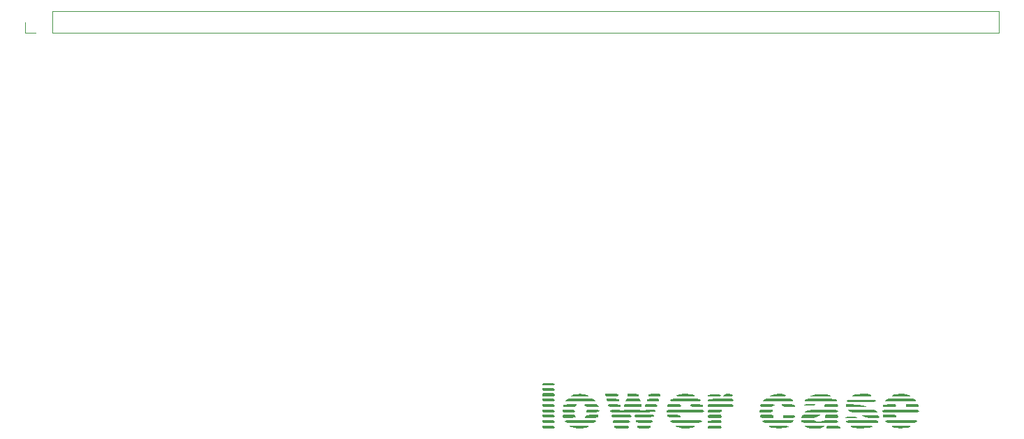
<source format=gto>
G04 #@! TF.GenerationSoftware,KiCad,Pcbnew,(6.0.6)*
G04 #@! TF.CreationDate,2022-08-19T10:49:20-05:00*
G04 #@! TF.ProjectId,gndplate,676e6470-6c61-4746-952e-6b696361645f,rev?*
G04 #@! TF.SameCoordinates,Original*
G04 #@! TF.FileFunction,Legend,Top*
G04 #@! TF.FilePolarity,Positive*
%FSLAX46Y46*%
G04 Gerber Fmt 4.6, Leading zero omitted, Abs format (unit mm)*
G04 Created by KiCad (PCBNEW (6.0.6)) date 2022-08-19 10:49:20*
%MOMM*%
%LPD*%
G01*
G04 APERTURE LIST*
%ADD10C,0.120000*%
%ADD11C,3.200000*%
%ADD12R,2.100000X2.100000*%
%ADD13O,2.100000X2.100000*%
G04 APERTURE END LIST*
G36*
X128985940Y-85518256D02*
G01*
X129257163Y-85538655D01*
X129417238Y-85568310D01*
X129444666Y-85588408D01*
X129472594Y-85730298D01*
X129496058Y-85800075D01*
X129500191Y-85862659D01*
X129435886Y-85902345D01*
X129275221Y-85924098D01*
X128990274Y-85932885D01*
X128743116Y-85934000D01*
X128354255Y-85928973D01*
X128103691Y-85910678D01*
X127960597Y-85874290D01*
X127894147Y-85814983D01*
X127887391Y-85800075D01*
X127850650Y-85669888D01*
X127877745Y-85585767D01*
X127994459Y-85537801D01*
X128226579Y-85516078D01*
X128599888Y-85510689D01*
X128640333Y-85510667D01*
X128985940Y-85518256D01*
G37*
G36*
X122751226Y-85512160D02*
G01*
X122984940Y-85522257D01*
X123112955Y-85549383D01*
X123167089Y-85601964D01*
X123179158Y-85688424D01*
X123179333Y-85722333D01*
X123173776Y-85820261D01*
X123135994Y-85882080D01*
X123034321Y-85916096D01*
X122837090Y-85930615D01*
X122512636Y-85933942D01*
X122372342Y-85934000D01*
X121974515Y-85928045D01*
X121717846Y-85907507D01*
X121574491Y-85868379D01*
X121518173Y-85811054D01*
X121495944Y-85680590D01*
X121561927Y-85592810D01*
X121737503Y-85540263D01*
X122044053Y-85515496D01*
X122379996Y-85510667D01*
X122751226Y-85512160D01*
G37*
G36*
X102544034Y-84243496D02*
G01*
X102768997Y-84256759D01*
X102889116Y-84287618D01*
X102936620Y-84343234D01*
X102944000Y-84410000D01*
X102931267Y-84490452D01*
X102871584Y-84540444D01*
X102732720Y-84567137D01*
X102482447Y-84577693D01*
X102182000Y-84579333D01*
X101819965Y-84576504D01*
X101595002Y-84563241D01*
X101474883Y-84532382D01*
X101427379Y-84476766D01*
X101420000Y-84410000D01*
X101432732Y-84329548D01*
X101492415Y-84279556D01*
X101631279Y-84252863D01*
X101881552Y-84242306D01*
X102182000Y-84240667D01*
X102544034Y-84243496D01*
G37*
G36*
X128991752Y-84920723D02*
G01*
X129238925Y-84932356D01*
X129374648Y-84958096D01*
X129427842Y-85003141D01*
X129428740Y-85066167D01*
X129391542Y-85138463D01*
X129291906Y-85185820D01*
X129097797Y-85215194D01*
X128777177Y-85233540D01*
X128635261Y-85238451D01*
X128290262Y-85242951D01*
X128011778Y-85234668D01*
X127841440Y-85215382D01*
X127810729Y-85203173D01*
X127754685Y-85071543D01*
X127751333Y-85030889D01*
X127792122Y-84976951D01*
X127930300Y-84942250D01*
X128189584Y-84923647D01*
X128593691Y-84918002D01*
X128604208Y-84918000D01*
X128991752Y-84920723D01*
G37*
G36*
X135752333Y-86866449D02*
G01*
X135498333Y-87034667D01*
X135336608Y-87119903D01*
X135137816Y-87170975D01*
X134856995Y-87195201D01*
X134482333Y-87200052D01*
X133968367Y-87179227D01*
X133616466Y-87120910D01*
X133487500Y-87070906D01*
X133325515Y-86971798D01*
X133254782Y-86906279D01*
X133254666Y-86904962D01*
X133334412Y-86891098D01*
X133553972Y-86879427D01*
X133883835Y-86870872D01*
X134294487Y-86866357D01*
X134503500Y-86865891D01*
X135752333Y-86866449D01*
G37*
G36*
X134125478Y-85513314D02*
G01*
X135244333Y-85515962D01*
X134821000Y-85724207D01*
X134563917Y-85834323D01*
X134308189Y-85898376D01*
X133992377Y-85927532D01*
X133670944Y-85933226D01*
X133335689Y-85927731D01*
X133068586Y-85912408D01*
X132912203Y-85890130D01*
X132890756Y-85880534D01*
X132882284Y-85772952D01*
X132921957Y-85668868D01*
X132971668Y-85604164D01*
X133058382Y-85559966D01*
X133210803Y-85532565D01*
X133457632Y-85518249D01*
X133827574Y-85513309D01*
X134125478Y-85513314D01*
G37*
G36*
X124405861Y-83035056D02*
G01*
X124454899Y-83058312D01*
X124600889Y-83164813D01*
X124583368Y-83241290D01*
X124401261Y-83288284D01*
X124053493Y-83306337D01*
X123962500Y-83306516D01*
X123306333Y-83303700D01*
X123506213Y-83137183D01*
X123770585Y-83009763D01*
X124098332Y-82973405D01*
X124405861Y-83035056D01*
G37*
G36*
X136886952Y-85512136D02*
G01*
X137121956Y-85522111D01*
X137251063Y-85548936D01*
X137305993Y-85600960D01*
X137318463Y-85686530D01*
X137318666Y-85722333D01*
X137313081Y-85820391D01*
X137275178Y-85882234D01*
X137173241Y-85916210D01*
X136975549Y-85930665D01*
X136650386Y-85933946D01*
X136514333Y-85934000D01*
X136141714Y-85932530D01*
X135906710Y-85922556D01*
X135777603Y-85895730D01*
X135722673Y-85843706D01*
X135710203Y-85758137D01*
X135710000Y-85722333D01*
X135715585Y-85624276D01*
X135753487Y-85562432D01*
X135855425Y-85528457D01*
X136053116Y-85514002D01*
X136378279Y-85510720D01*
X136514333Y-85510667D01*
X136886952Y-85512136D01*
G37*
G36*
X131139956Y-84254624D02*
G01*
X131282533Y-84258735D01*
X131669481Y-84274008D01*
X131918040Y-84296619D01*
X132059152Y-84332802D01*
X132123758Y-84388796D01*
X132138060Y-84431167D01*
X132134692Y-84502289D01*
X132071017Y-84546341D01*
X131916488Y-84569614D01*
X131640556Y-84578398D01*
X131418574Y-84579333D01*
X131052478Y-84575035D01*
X130817973Y-84557084D01*
X130677424Y-84517896D01*
X130593197Y-84449884D01*
X130563047Y-84406902D01*
X130520389Y-84328182D01*
X130529668Y-84279172D01*
X130617967Y-84254294D01*
X130812369Y-84247970D01*
X131139956Y-84254624D01*
G37*
G36*
X114251978Y-86189329D02*
G01*
X114545329Y-86196282D01*
X114722231Y-86213310D01*
X114809128Y-86244863D01*
X114832459Y-86295391D01*
X114821865Y-86357333D01*
X114790345Y-86430913D01*
X114721497Y-86479478D01*
X114585010Y-86508166D01*
X114350575Y-86522115D01*
X113987880Y-86526462D01*
X113822850Y-86526667D01*
X113396238Y-86522934D01*
X113110241Y-86509196D01*
X112936253Y-86481647D01*
X112845671Y-86436479D01*
X112816725Y-86392742D01*
X112771896Y-86257774D01*
X112765333Y-86223408D01*
X112844634Y-86209948D01*
X113061083Y-86198840D01*
X113382500Y-86191171D01*
X113776705Y-86188024D01*
X113815740Y-86188000D01*
X114251978Y-86189329D01*
G37*
G36*
X115020256Y-84243818D02*
G01*
X115233997Y-84258465D01*
X115344665Y-84292399D01*
X115385372Y-84353411D01*
X115390000Y-84410000D01*
X115377398Y-84490067D01*
X115318229Y-84539992D01*
X115180442Y-84566812D01*
X114931989Y-84577566D01*
X114618941Y-84579333D01*
X114253764Y-84575816D01*
X114029484Y-84561746D01*
X113917747Y-84531846D01*
X113890198Y-84480841D01*
X113899274Y-84445408D01*
X113944103Y-84310441D01*
X113950666Y-84276075D01*
X114028848Y-84260073D01*
X114237478Y-84247835D01*
X114537678Y-84241274D01*
X114670333Y-84240667D01*
X115020256Y-84243818D01*
G37*
G36*
X119355534Y-83026852D02*
G01*
X119693352Y-83085175D01*
X119922359Y-83178037D01*
X119932671Y-83185505D01*
X119974698Y-83231233D01*
X119946935Y-83263759D01*
X119828789Y-83285331D01*
X119599668Y-83298198D01*
X119238977Y-83304609D01*
X118823233Y-83306640D01*
X118280503Y-83302555D01*
X117901247Y-83287727D01*
X117687300Y-83262284D01*
X117640492Y-83226352D01*
X117641426Y-83225373D01*
X117834522Y-83122981D01*
X118148399Y-83051134D01*
X118537139Y-83010630D01*
X118954823Y-83002270D01*
X119355534Y-83026852D01*
G37*
G36*
X119441571Y-83565997D02*
G01*
X119914541Y-83575855D01*
X120257584Y-83595705D01*
X120490376Y-83628345D01*
X120632589Y-83676573D01*
X120703900Y-83743188D01*
X120723983Y-83830987D01*
X120724000Y-83834267D01*
X120643318Y-83853734D01*
X120417204Y-83871014D01*
X120069554Y-83885256D01*
X119624262Y-83895612D01*
X119105226Y-83901231D01*
X118819000Y-83902000D01*
X118271482Y-83899131D01*
X117785489Y-83891092D01*
X117384916Y-83878731D01*
X117093659Y-83862898D01*
X116935612Y-83844443D01*
X116914000Y-83834267D01*
X116932732Y-83745723D01*
X117002045Y-83678456D01*
X117141614Y-83629668D01*
X117371114Y-83596560D01*
X117710219Y-83576334D01*
X118178604Y-83566192D01*
X118795943Y-83563336D01*
X118819000Y-83563333D01*
X119441571Y-83565997D01*
G37*
G36*
X106400749Y-83018619D02*
G01*
X106565906Y-83045543D01*
X106913452Y-83124902D01*
X107093287Y-83189794D01*
X107105207Y-83240319D01*
X106949011Y-83276574D01*
X106624497Y-83298659D01*
X106131462Y-83306672D01*
X106030100Y-83306640D01*
X105563965Y-83303783D01*
X105246004Y-83296026D01*
X105055075Y-83280846D01*
X104970033Y-83255721D01*
X104969736Y-83218129D01*
X105006635Y-83184550D01*
X105240391Y-83081065D01*
X105586462Y-83015723D01*
X105991148Y-82993312D01*
X106400749Y-83018619D01*
G37*
G36*
X141678798Y-85596898D02*
G01*
X141981013Y-85604171D01*
X142168388Y-85621555D01*
X142268167Y-85653319D01*
X142307592Y-85703735D01*
X142314000Y-85764667D01*
X142302071Y-85844025D01*
X142245057Y-85893076D01*
X142111116Y-85918280D01*
X141868405Y-85926103D01*
X141530833Y-85923624D01*
X141085918Y-85906669D01*
X140766530Y-85865156D01*
X140529806Y-85792365D01*
X140451333Y-85754423D01*
X140155000Y-85595596D01*
X141234500Y-85595465D01*
X141678798Y-85596898D01*
G37*
G36*
X119415196Y-86190808D02*
G01*
X119907796Y-86198683D01*
X120315498Y-86210804D01*
X120614668Y-86226348D01*
X120781671Y-86244494D01*
X120808666Y-86255733D01*
X120790426Y-86343370D01*
X120722698Y-86410170D01*
X120585969Y-86458847D01*
X120360727Y-86492117D01*
X120027458Y-86512693D01*
X119566652Y-86523291D01*
X118958794Y-86526625D01*
X118861333Y-86526667D01*
X118202469Y-86523101D01*
X117700702Y-86511963D01*
X117343938Y-86492584D01*
X117120082Y-86464300D01*
X117017039Y-86426445D01*
X117015600Y-86425067D01*
X116926460Y-86300596D01*
X116914000Y-86255733D01*
X116994725Y-86236468D01*
X117221143Y-86219334D01*
X117569621Y-86205154D01*
X118016524Y-86194748D01*
X118538216Y-86188939D01*
X118861333Y-86188000D01*
X119415196Y-86190808D01*
G37*
G36*
X140777589Y-84920858D02*
G01*
X141204659Y-84924679D01*
X141510771Y-84934503D01*
X141720109Y-84952551D01*
X141856859Y-84981045D01*
X141945204Y-85022209D01*
X142009328Y-85078263D01*
X142017666Y-85087333D01*
X142066774Y-85146034D01*
X142078964Y-85189309D01*
X142033971Y-85219510D01*
X141911533Y-85238987D01*
X141691385Y-85250093D01*
X141353264Y-85255180D01*
X140876907Y-85256598D01*
X140558501Y-85256667D01*
X139992407Y-85255402D01*
X139570344Y-85250061D01*
X139267016Y-85238318D01*
X139057132Y-85217850D01*
X138915397Y-85186332D01*
X138816518Y-85141440D01*
X138746213Y-85090150D01*
X138546333Y-84923633D01*
X140205377Y-84920817D01*
X140777589Y-84920858D01*
G37*
G36*
X134324503Y-84249306D02*
G01*
X134567263Y-84274368D01*
X134654447Y-84314571D01*
X134651666Y-84325333D01*
X134548396Y-84363996D01*
X134318744Y-84393395D01*
X134005604Y-84408794D01*
X133884669Y-84410000D01*
X133535949Y-84400576D01*
X133289219Y-84374677D01*
X133174538Y-84335865D01*
X133170000Y-84325333D01*
X133249963Y-84284841D01*
X133471471Y-84255932D01*
X133806950Y-84241651D01*
X133936996Y-84240667D01*
X134324503Y-84249306D01*
G37*
G36*
X106711384Y-86188312D02*
G01*
X107185336Y-86190414D01*
X107527376Y-86196057D01*
X107756216Y-86206990D01*
X107890565Y-86224966D01*
X107949135Y-86251732D01*
X107950637Y-86289041D01*
X107913782Y-86338642D01*
X107897000Y-86357333D01*
X107835340Y-86414733D01*
X107753010Y-86457492D01*
X107626330Y-86487751D01*
X107431622Y-86507652D01*
X107145207Y-86519335D01*
X106743406Y-86524942D01*
X106202541Y-86526612D01*
X106024189Y-86526667D01*
X105442257Y-86525842D01*
X105006821Y-86521944D01*
X104695050Y-86512837D01*
X104484108Y-86496385D01*
X104351164Y-86470452D01*
X104273382Y-86432902D01*
X104227930Y-86381599D01*
X104214000Y-86357333D01*
X104189702Y-86303448D01*
X104194880Y-86262409D01*
X104248873Y-86232467D01*
X104371022Y-86211873D01*
X104580669Y-86198879D01*
X104897153Y-86191736D01*
X105339815Y-86188696D01*
X105927997Y-86188009D01*
X106086810Y-86188000D01*
X106711384Y-86188312D01*
G37*
G36*
X109803062Y-83576597D02*
G01*
X109991532Y-83581323D01*
X110366535Y-83597341D01*
X110603934Y-83621617D01*
X110735453Y-83660899D01*
X110792813Y-83721942D01*
X110802073Y-83753833D01*
X110798774Y-83824525D01*
X110735695Y-83868503D01*
X110582475Y-83891923D01*
X110308752Y-83900941D01*
X110071266Y-83902000D01*
X109694198Y-83896423D01*
X109454650Y-83876216D01*
X109321071Y-83836166D01*
X109261908Y-83771061D01*
X109260725Y-83768075D01*
X109215833Y-83631228D01*
X109209333Y-83595565D01*
X109287717Y-83581218D01*
X109498042Y-83574669D01*
X109803062Y-83576597D01*
G37*
G36*
X106013166Y-86872240D02*
G01*
X106502084Y-86875638D01*
X106840638Y-86881492D01*
X107047798Y-86892446D01*
X107142534Y-86911145D01*
X107143815Y-86940233D01*
X107070611Y-86982354D01*
X107008000Y-87010911D01*
X106656631Y-87112568D01*
X106210190Y-87165959D01*
X105736567Y-87168825D01*
X105303653Y-87118908D01*
X105124166Y-87073605D01*
X104893802Y-86992648D01*
X104748292Y-86927630D01*
X104722000Y-86905104D01*
X104801823Y-86891798D01*
X105021943Y-86881294D01*
X105353338Y-86874333D01*
X105766983Y-86871653D01*
X106013166Y-86872240D01*
G37*
G36*
X112446896Y-82988409D02*
G01*
X112798713Y-83006210D01*
X113014523Y-83034514D01*
X113127633Y-83081249D01*
X113171350Y-83154343D01*
X113172771Y-83161167D01*
X113169221Y-83233151D01*
X113104301Y-83277343D01*
X112947091Y-83300310D01*
X112666668Y-83308621D01*
X112475208Y-83309333D01*
X112123740Y-83306351D01*
X111908520Y-83292159D01*
X111796495Y-83258892D01*
X111754614Y-83198683D01*
X111749333Y-83136576D01*
X111761027Y-83052126D01*
X111818601Y-83002817D01*
X111955793Y-82981482D01*
X112206338Y-82980955D01*
X112446896Y-82988409D01*
G37*
G36*
X122718016Y-86867657D02*
G01*
X122964702Y-86878716D01*
X123103372Y-86904639D01*
X123164677Y-86951556D01*
X123179264Y-87025598D01*
X123179333Y-87034667D01*
X123166999Y-87113938D01*
X123108879Y-87163718D01*
X122973296Y-87190794D01*
X122728574Y-87201954D01*
X122389111Y-87204000D01*
X122038618Y-87198308D01*
X121754780Y-87183041D01*
X121578307Y-87160914D01*
X121542444Y-87147555D01*
X121489251Y-87019144D01*
X121486000Y-86978222D01*
X121526937Y-86924108D01*
X121665584Y-86889366D01*
X121925692Y-86870830D01*
X122331014Y-86865333D01*
X122332666Y-86865333D01*
X122718016Y-86867657D01*
G37*
G36*
X137059930Y-86868955D02*
G01*
X137305156Y-86884279D01*
X137451604Y-86917997D01*
X137534518Y-86976798D01*
X137572666Y-87034667D01*
X137606000Y-87111856D01*
X137587834Y-87161115D01*
X137490617Y-87188706D01*
X137286802Y-87200892D01*
X136948840Y-87203934D01*
X136827756Y-87204000D01*
X136467063Y-87198609D01*
X136172354Y-87184099D01*
X135983028Y-87162963D01*
X135935777Y-87147555D01*
X135882584Y-87019144D01*
X135879333Y-86978222D01*
X135921434Y-86922762D01*
X136063731Y-86887729D01*
X136330213Y-86869743D01*
X136680687Y-86865333D01*
X137059930Y-86868955D01*
G37*
G36*
X112866116Y-83570615D02*
G01*
X113128750Y-83598874D01*
X113279211Y-83657727D01*
X113345889Y-83756794D01*
X113358000Y-83866591D01*
X113279023Y-83880799D01*
X113064839Y-83892288D01*
X112749570Y-83899765D01*
X112423687Y-83902000D01*
X112017300Y-83900661D01*
X111753818Y-83893107D01*
X111606815Y-83874036D01*
X111549865Y-83838142D01*
X111556542Y-83780123D01*
X111580000Y-83732667D01*
X111640225Y-83652545D01*
X111740332Y-83602382D01*
X111915799Y-83575374D01*
X112202101Y-83564716D01*
X112462920Y-83563333D01*
X112866116Y-83570615D01*
G37*
G36*
X145623265Y-86188302D02*
G01*
X146104599Y-86190337D01*
X146453691Y-86195801D01*
X146689086Y-86206389D01*
X146829331Y-86223797D01*
X146892971Y-86249719D01*
X146898552Y-86285850D01*
X146864619Y-86333886D01*
X146843666Y-86357333D01*
X146782778Y-86414116D01*
X146701521Y-86456589D01*
X146576551Y-86486818D01*
X146384522Y-86506866D01*
X146102092Y-86518797D01*
X145705915Y-86524675D01*
X145172648Y-86526565D01*
X144928523Y-86526667D01*
X144338628Y-86525878D01*
X143895534Y-86522140D01*
X143576709Y-86513393D01*
X143359623Y-86497577D01*
X143221745Y-86472633D01*
X143140544Y-86436502D01*
X143093490Y-86387124D01*
X143076000Y-86357333D01*
X143051909Y-86303949D01*
X143056894Y-86263158D01*
X143110111Y-86233266D01*
X143230715Y-86212580D01*
X143437862Y-86199406D01*
X143750709Y-86192051D01*
X144188412Y-86188819D01*
X144770126Y-86188019D01*
X144991143Y-86188000D01*
X145623265Y-86188302D01*
G37*
G36*
X105046171Y-85515915D02*
G01*
X105269668Y-85536683D01*
X105398559Y-85580503D01*
X105470113Y-85654908D01*
X105478595Y-85669902D01*
X105514125Y-85785094D01*
X105434556Y-85848733D01*
X105301657Y-85881568D01*
X105072738Y-85910131D01*
X104755157Y-85929174D01*
X104509624Y-85934000D01*
X104212402Y-85926639D01*
X104043355Y-85896747D01*
X103961668Y-85832608D01*
X103936749Y-85769569D01*
X103921887Y-85613389D01*
X103940986Y-85557902D01*
X104041946Y-85536177D01*
X104269273Y-85519724D01*
X104580020Y-85511251D01*
X104690798Y-85510667D01*
X105046171Y-85515915D01*
G37*
G36*
X120144703Y-84258315D02*
G01*
X120158652Y-84258750D01*
X120531732Y-84274843D01*
X120767340Y-84299369D01*
X120897327Y-84339162D01*
X120953546Y-84401060D01*
X120962073Y-84431167D01*
X120958769Y-84501889D01*
X120895647Y-84545873D01*
X120742333Y-84569283D01*
X120468452Y-84578284D01*
X120232082Y-84579333D01*
X119868721Y-84576037D01*
X119640276Y-84561233D01*
X119512379Y-84527546D01*
X119450664Y-84467599D01*
X119428661Y-84406917D01*
X119416544Y-84326161D01*
X119451898Y-84277050D01*
X119564916Y-84253458D01*
X119785787Y-84249255D01*
X120144703Y-84258315D01*
G37*
G36*
X114310860Y-85512202D02*
G01*
X114647089Y-85518823D01*
X114863128Y-85533547D01*
X114983542Y-85559395D01*
X115032895Y-85599386D01*
X115035753Y-85656539D01*
X115035323Y-85658833D01*
X115006676Y-85719231D01*
X114930093Y-85762065D01*
X114779050Y-85791209D01*
X114527024Y-85810535D01*
X114147490Y-85823918D01*
X113860175Y-85830449D01*
X113435385Y-85834935D01*
X113072784Y-85830839D01*
X112805285Y-85819124D01*
X112665801Y-85800753D01*
X112654726Y-85795171D01*
X112599329Y-85664271D01*
X112596000Y-85623555D01*
X112630796Y-85577798D01*
X112749370Y-85545577D01*
X112973002Y-85524946D01*
X113322970Y-85513959D01*
X113820554Y-85510667D01*
X113829874Y-85510667D01*
X114310860Y-85512202D01*
G37*
G36*
X130655536Y-83564239D02*
G01*
X131075410Y-83568491D01*
X131372907Y-83578395D01*
X131571506Y-83596254D01*
X131694683Y-83624371D01*
X131765915Y-83665052D01*
X131808679Y-83720599D01*
X131815333Y-83732666D01*
X131840062Y-83787599D01*
X131834471Y-83829148D01*
X131778835Y-83859181D01*
X131653426Y-83879567D01*
X131438519Y-83892174D01*
X131114388Y-83898870D01*
X130661305Y-83901522D01*
X130059545Y-83902000D01*
X130027189Y-83902000D01*
X129417957Y-83901666D01*
X128959003Y-83899419D01*
X128631274Y-83893388D01*
X128415716Y-83881704D01*
X128293275Y-83862497D01*
X128244895Y-83833896D01*
X128251524Y-83794032D01*
X128294106Y-83741035D01*
X128301666Y-83732667D01*
X128364965Y-83673965D01*
X128449585Y-83630618D01*
X128579919Y-83600313D01*
X128780359Y-83580743D01*
X129075297Y-83569597D01*
X129489124Y-83564565D01*
X130046234Y-83563336D01*
X130089810Y-83563333D01*
X130655536Y-83564239D01*
G37*
G36*
X146677645Y-84248796D02*
G01*
X146930915Y-84279977D01*
X147072826Y-84344393D01*
X147132120Y-84452232D01*
X147140000Y-84543925D01*
X147061466Y-84559140D01*
X146850381Y-84571081D01*
X146543518Y-84578127D01*
X146335666Y-84579333D01*
X145961830Y-84576776D01*
X145725890Y-84564697D01*
X145596438Y-84536482D01*
X145542061Y-84485519D01*
X145531333Y-84410000D01*
X145544200Y-84329157D01*
X145604409Y-84279099D01*
X145744373Y-84252537D01*
X145996503Y-84242182D01*
X146284274Y-84240667D01*
X146677645Y-84248796D01*
G37*
G36*
X102553749Y-81705616D02*
G01*
X102785307Y-81723679D01*
X102905611Y-81759678D01*
X102943598Y-81818437D01*
X102944000Y-81827667D01*
X102914304Y-81889625D01*
X102805927Y-81928218D01*
X102589930Y-81948268D01*
X102237374Y-81954600D01*
X102182000Y-81954667D01*
X101810250Y-81949717D01*
X101578692Y-81931654D01*
X101458388Y-81895655D01*
X101420401Y-81836896D01*
X101420000Y-81827667D01*
X101449695Y-81765708D01*
X101558072Y-81727115D01*
X101774069Y-81707065D01*
X102126625Y-81700733D01*
X102182000Y-81700667D01*
X102553749Y-81705616D01*
G37*
G36*
X102544034Y-86190829D02*
G01*
X102768997Y-86204092D01*
X102889116Y-86234951D01*
X102936620Y-86290567D01*
X102944000Y-86357333D01*
X102931267Y-86437785D01*
X102871584Y-86487777D01*
X102732720Y-86514470D01*
X102482447Y-86525027D01*
X102182000Y-86526667D01*
X101819965Y-86523837D01*
X101595002Y-86510574D01*
X101474883Y-86479715D01*
X101427379Y-86424099D01*
X101420000Y-86357333D01*
X101432732Y-86276881D01*
X101492415Y-86226889D01*
X101631279Y-86200196D01*
X101881552Y-86189640D01*
X102182000Y-86188000D01*
X102544034Y-86190829D01*
G37*
G36*
X115490436Y-83578829D02*
G01*
X115597445Y-83604628D01*
X115622527Y-83654625D01*
X115612048Y-83693810D01*
X115566431Y-83830404D01*
X115559333Y-83866591D01*
X115481123Y-83882531D01*
X115272299Y-83894748D01*
X114971571Y-83901352D01*
X114833458Y-83902000D01*
X114481480Y-83898468D01*
X114267845Y-83883493D01*
X114161632Y-83850509D01*
X114131921Y-83792946D01*
X114135911Y-83753833D01*
X114173680Y-83680871D01*
X114274867Y-83633227D01*
X114471771Y-83603735D01*
X114796693Y-83585226D01*
X114914500Y-83581052D01*
X115272466Y-83572535D01*
X115490436Y-83578829D01*
G37*
G36*
X122974246Y-86200760D02*
G01*
X123108006Y-86222673D01*
X123165968Y-86268433D01*
X123179261Y-86343634D01*
X123179333Y-86354267D01*
X123168434Y-86432457D01*
X123115345Y-86482605D01*
X122989474Y-86510895D01*
X122760229Y-86523510D01*
X122397021Y-86526634D01*
X122326458Y-86526667D01*
X121938915Y-86523944D01*
X121691743Y-86512311D01*
X121556022Y-86486571D01*
X121502832Y-86441527D01*
X121501939Y-86378500D01*
X121537272Y-86308578D01*
X121631895Y-86262029D01*
X121816794Y-86232588D01*
X122122956Y-86213992D01*
X122354814Y-86206101D01*
X122733558Y-86197101D01*
X122974246Y-86200760D01*
G37*
G36*
X107751396Y-84247111D02*
G01*
X108024807Y-84272449D01*
X108185073Y-84325686D01*
X108260141Y-84415830D01*
X108278000Y-84543925D01*
X108199545Y-84559319D01*
X107989014Y-84571331D01*
X107683655Y-84578279D01*
X107494032Y-84579333D01*
X107117803Y-84575330D01*
X106874424Y-84558703D01*
X106727509Y-84522527D01*
X106640671Y-84459877D01*
X106604315Y-84410000D01*
X106563573Y-84332922D01*
X106575598Y-84283695D01*
X106667376Y-84256082D01*
X106865892Y-84243845D01*
X107198131Y-84240747D01*
X107336890Y-84240667D01*
X107751396Y-84247111D01*
G37*
G36*
X111468876Y-86189542D02*
G01*
X111766269Y-86197103D01*
X111949351Y-86215084D01*
X112045631Y-86247886D01*
X112082617Y-86299911D01*
X112088000Y-86357333D01*
X112077915Y-86429231D01*
X112028828Y-86477285D01*
X111912484Y-86506272D01*
X111700631Y-86520966D01*
X111365016Y-86526142D01*
X111086111Y-86526667D01*
X110690044Y-86522152D01*
X110357890Y-86509869D01*
X110125114Y-86491708D01*
X110027777Y-86470222D01*
X109974584Y-86341811D01*
X109971333Y-86300889D01*
X110008300Y-86251894D01*
X110134138Y-86218557D01*
X110371252Y-86198485D01*
X110742047Y-86189291D01*
X111029666Y-86188000D01*
X111468876Y-86189542D01*
G37*
G36*
X118882500Y-86872240D02*
G01*
X119370931Y-86875713D01*
X119708934Y-86881739D01*
X119915413Y-86892879D01*
X120009273Y-86911690D01*
X120009419Y-86940732D01*
X119934756Y-86982563D01*
X119879589Y-87007199D01*
X119519496Y-87110015D01*
X119066036Y-87164060D01*
X118588721Y-87166870D01*
X118157061Y-87115982D01*
X117993500Y-87074034D01*
X117763164Y-86992843D01*
X117617651Y-86927672D01*
X117591333Y-86905104D01*
X117671156Y-86891798D01*
X117891277Y-86881294D01*
X118222671Y-86874333D01*
X118636316Y-86871653D01*
X118882500Y-86872240D01*
G37*
G36*
X138999589Y-84262202D02*
G01*
X139075500Y-84265488D01*
X139498451Y-84296026D01*
X139918180Y-84346550D01*
X140265275Y-84408040D01*
X140366666Y-84433244D01*
X140832333Y-84564932D01*
X139541166Y-84572133D01*
X139048706Y-84573933D01*
X138700578Y-84570778D01*
X138471790Y-84559421D01*
X138337349Y-84536614D01*
X138272264Y-84499112D01*
X138251542Y-84443665D01*
X138250000Y-84404377D01*
X138259224Y-84324519D01*
X138307657Y-84275612D01*
X138426437Y-84252416D01*
X138646701Y-84249693D01*
X138999589Y-84262202D01*
G37*
G36*
X110154036Y-84258315D02*
G01*
X110167986Y-84258750D01*
X110541066Y-84274843D01*
X110776673Y-84299369D01*
X110906660Y-84339162D01*
X110962879Y-84401060D01*
X110971407Y-84431167D01*
X110968102Y-84501889D01*
X110904980Y-84545873D01*
X110751666Y-84569283D01*
X110477785Y-84578284D01*
X110241416Y-84579333D01*
X109878055Y-84576037D01*
X109649609Y-84561233D01*
X109521713Y-84527546D01*
X109459998Y-84467599D01*
X109437995Y-84406917D01*
X109425877Y-84326161D01*
X109461231Y-84277050D01*
X109574249Y-84253458D01*
X109795120Y-84249255D01*
X110154036Y-84258315D01*
G37*
G36*
X140882926Y-86201204D02*
G01*
X141368976Y-86205552D01*
X141723217Y-86214137D01*
X141964409Y-86228193D01*
X142111309Y-86248958D01*
X142182676Y-86277668D01*
X142197266Y-86315560D01*
X142193644Y-86328216D01*
X142150288Y-86460186D01*
X142144666Y-86491258D01*
X142064857Y-86504995D01*
X141844780Y-86515281D01*
X141513464Y-86522276D01*
X141099937Y-86526139D01*
X140633226Y-86527029D01*
X140142359Y-86525105D01*
X139656364Y-86520526D01*
X139204268Y-86513452D01*
X138815100Y-86504040D01*
X138517887Y-86492451D01*
X138341657Y-86478843D01*
X138306444Y-86470222D01*
X138252617Y-86341309D01*
X138250000Y-86306453D01*
X138286150Y-86270959D01*
X138405464Y-86243721D01*
X138624231Y-86223869D01*
X138958742Y-86210534D01*
X139425290Y-86202844D01*
X140040166Y-86199931D01*
X140246310Y-86199855D01*
X140882926Y-86201204D01*
G37*
G36*
X140856289Y-82996690D02*
G01*
X140895492Y-83003379D01*
X141145688Y-83077263D01*
X141345306Y-83179601D01*
X141346790Y-83180717D01*
X141392760Y-83227427D01*
X141373772Y-83260696D01*
X141269235Y-83282720D01*
X141058560Y-83295693D01*
X140721156Y-83301810D01*
X140236435Y-83303266D01*
X140197333Y-83303251D01*
X139703297Y-83302173D01*
X139358875Y-83297835D01*
X139144352Y-83287660D01*
X139040011Y-83269073D01*
X139026133Y-83239497D01*
X139083003Y-83196358D01*
X139139000Y-83164992D01*
X139377302Y-83083824D01*
X139726308Y-83021061D01*
X140127892Y-82982052D01*
X140523927Y-82972146D01*
X140856289Y-82996690D01*
G37*
G36*
X144160633Y-84254162D02*
G01*
X144285138Y-84278452D01*
X144336281Y-84328498D01*
X144346000Y-84406823D01*
X144334617Y-84486705D01*
X144279566Y-84537224D01*
X144149496Y-84565053D01*
X143913055Y-84576865D01*
X143538889Y-84579333D01*
X143535458Y-84579333D01*
X143159464Y-84576379D01*
X142923207Y-84563787D01*
X142797137Y-84535957D01*
X142751705Y-84487295D01*
X142753259Y-84431167D01*
X142789907Y-84359572D01*
X142888073Y-84312428D01*
X143079478Y-84282981D01*
X143395847Y-84264482D01*
X143563800Y-84258656D01*
X143930831Y-84249579D01*
X144160633Y-84254162D01*
G37*
G36*
X114175085Y-86868056D02*
G01*
X114422258Y-86879689D01*
X114557981Y-86905430D01*
X114611175Y-86950475D01*
X114612073Y-87013500D01*
X114575099Y-87085512D01*
X114476061Y-87132784D01*
X114283049Y-87162187D01*
X113964154Y-87180596D01*
X113811758Y-87185875D01*
X113436476Y-87193066D01*
X113197378Y-87183170D01*
X113061786Y-87151717D01*
X112997023Y-87094239D01*
X112987225Y-87073117D01*
X112941700Y-86936714D01*
X112934666Y-86900742D01*
X113013377Y-86885927D01*
X113225702Y-86874158D01*
X113535929Y-86866915D01*
X113787541Y-86865333D01*
X114175085Y-86868056D01*
G37*
G36*
X122708017Y-83060334D02*
G01*
X122938249Y-83078582D01*
X123057364Y-83114941D01*
X123094364Y-83174278D01*
X123094666Y-83182333D01*
X123064642Y-83244789D01*
X122955155Y-83283473D01*
X122737079Y-83303330D01*
X122381289Y-83309307D01*
X122346777Y-83309333D01*
X122006418Y-83303576D01*
X121733739Y-83288189D01*
X121570640Y-83266003D01*
X121544746Y-83255191D01*
X121511388Y-83165743D01*
X121623818Y-83103842D01*
X121889302Y-83067656D01*
X122315103Y-83055355D01*
X122337663Y-83055333D01*
X122708017Y-83060334D01*
G37*
G36*
X134782381Y-83576901D02*
G01*
X135310563Y-83582890D01*
X135924074Y-83591318D01*
X136389024Y-83601001D01*
X136726187Y-83613800D01*
X136956333Y-83631577D01*
X137100235Y-83656193D01*
X137178665Y-83689510D01*
X137212394Y-83733390D01*
X137217931Y-83753833D01*
X137216702Y-83800749D01*
X137179590Y-83836602D01*
X137086983Y-83862867D01*
X136919274Y-83881018D01*
X136656852Y-83892531D01*
X136280109Y-83898879D01*
X135769434Y-83901538D01*
X135247562Y-83902000D01*
X134616625Y-83901640D01*
X134135837Y-83899412D01*
X133786015Y-83893599D01*
X133547976Y-83882481D01*
X133402535Y-83864338D01*
X133330510Y-83837451D01*
X133312717Y-83800100D01*
X133329972Y-83750568D01*
X133340194Y-83731057D01*
X133376732Y-83675588D01*
X133433478Y-83633996D01*
X133532205Y-83604645D01*
X133694686Y-83585898D01*
X133942693Y-83576116D01*
X134298000Y-83573663D01*
X134782381Y-83576901D01*
G37*
G36*
X111468329Y-86867000D02*
G01*
X111731239Y-86875594D01*
X111880786Y-86896504D01*
X111944950Y-86935120D01*
X111951712Y-86996831D01*
X111943198Y-87034667D01*
X111908753Y-87112784D01*
X111833025Y-87162425D01*
X111683315Y-87189939D01*
X111426921Y-87201676D01*
X111071183Y-87204000D01*
X110676297Y-87199223D01*
X110420095Y-87181798D01*
X110272119Y-87147086D01*
X110201910Y-87090445D01*
X110192058Y-87070075D01*
X110147230Y-86935107D01*
X110140666Y-86900742D01*
X110219609Y-86886457D01*
X110433558Y-86874931D01*
X110748191Y-86867480D01*
X111064073Y-86865333D01*
X111468329Y-86867000D01*
G37*
G36*
X115659769Y-82986163D02*
G01*
X115766778Y-83011961D01*
X115791861Y-83061958D01*
X115781381Y-83101143D01*
X115735764Y-83237738D01*
X115728666Y-83273925D01*
X115650456Y-83289865D01*
X115441632Y-83302081D01*
X115140904Y-83308686D01*
X115002791Y-83309333D01*
X114650813Y-83305801D01*
X114437178Y-83290827D01*
X114330965Y-83257842D01*
X114301254Y-83200279D01*
X114305244Y-83161167D01*
X114343013Y-83088204D01*
X114444200Y-83040560D01*
X114641105Y-83011068D01*
X114966026Y-82992559D01*
X115083834Y-82988385D01*
X115441799Y-82979868D01*
X115659769Y-82986163D01*
G37*
G36*
X111508322Y-85511846D02*
G01*
X111843227Y-85517736D01*
X112059958Y-85531864D01*
X112184093Y-85557759D01*
X112241210Y-85598948D01*
X112256886Y-85658959D01*
X112257333Y-85680000D01*
X112248783Y-85746021D01*
X112206082Y-85792215D01*
X112103652Y-85822109D01*
X111915915Y-85839231D01*
X111617293Y-85847109D01*
X111182209Y-85849272D01*
X111029666Y-85849333D01*
X110551010Y-85848154D01*
X110216105Y-85842264D01*
X109999374Y-85828136D01*
X109875239Y-85802241D01*
X109818123Y-85761052D01*
X109802446Y-85701040D01*
X109802000Y-85680000D01*
X109810549Y-85613978D01*
X109853250Y-85567785D01*
X109955681Y-85537891D01*
X110143418Y-85520769D01*
X110442039Y-85512890D01*
X110877124Y-85510728D01*
X111029666Y-85510667D01*
X111508322Y-85511846D01*
G37*
G36*
X110234742Y-82977272D02*
G01*
X110491383Y-82999545D01*
X110631276Y-83041168D01*
X110676107Y-83089389D01*
X110696294Y-83188120D01*
X110648708Y-83252302D01*
X110507431Y-83289111D01*
X110246544Y-83305722D01*
X109881613Y-83309333D01*
X109509917Y-83303473D01*
X109275380Y-83282291D01*
X109146120Y-83240383D01*
X109091391Y-83175408D01*
X109046563Y-83040441D01*
X109040000Y-83006075D01*
X109118498Y-82990781D01*
X109329340Y-82978808D01*
X109635541Y-82971805D01*
X109835274Y-82970667D01*
X110234742Y-82977272D01*
G37*
G36*
X123602638Y-84241431D02*
G01*
X124006290Y-84245357D01*
X124285969Y-84254899D01*
X124464355Y-84272507D01*
X124564126Y-84300633D01*
X124607962Y-84341729D01*
X124618543Y-84398247D01*
X124618666Y-84410000D01*
X124611598Y-84469492D01*
X124575275Y-84513130D01*
X124487017Y-84543366D01*
X124324145Y-84562651D01*
X124063979Y-84573437D01*
X123683841Y-84578176D01*
X123161050Y-84579320D01*
X123052333Y-84579333D01*
X122502028Y-84578569D01*
X122098376Y-84574642D01*
X121818696Y-84565101D01*
X121640311Y-84547493D01*
X121540539Y-84519367D01*
X121496703Y-84478271D01*
X121486123Y-84421753D01*
X121486000Y-84410000D01*
X121493067Y-84350507D01*
X121529391Y-84306869D01*
X121617649Y-84276634D01*
X121780521Y-84257349D01*
X122040686Y-84246563D01*
X122420825Y-84241824D01*
X122943616Y-84240680D01*
X123052333Y-84240667D01*
X123602638Y-84241431D01*
G37*
G36*
X145212080Y-82999583D02*
G01*
X145582578Y-83042659D01*
X145597233Y-83045542D01*
X145942437Y-83124041D01*
X146122835Y-83188103D01*
X146137670Y-83238047D01*
X145986184Y-83274190D01*
X145667618Y-83296853D01*
X145181215Y-83306353D01*
X144976766Y-83306640D01*
X144490757Y-83303892D01*
X144153472Y-83296559D01*
X143944316Y-83282395D01*
X143842698Y-83259150D01*
X143828023Y-83224575D01*
X143867328Y-83185505D01*
X144080270Y-83093596D01*
X144409596Y-83029204D01*
X144803976Y-82996482D01*
X145212080Y-82999583D01*
G37*
G36*
X112818897Y-84243427D02*
G01*
X113140779Y-84250949D01*
X113359591Y-84262091D01*
X113442613Y-84275713D01*
X113442666Y-84276075D01*
X113469005Y-84375599D01*
X113494058Y-84445408D01*
X113497575Y-84500030D01*
X113442527Y-84537606D01*
X113304385Y-84561216D01*
X113058621Y-84573937D01*
X112680706Y-84578846D01*
X112426666Y-84579333D01*
X111971172Y-84577245D01*
X111660453Y-84568930D01*
X111469982Y-84551309D01*
X111375229Y-84521305D01*
X111351666Y-84475841D01*
X111359274Y-84445408D01*
X111404103Y-84310441D01*
X111410666Y-84276075D01*
X111489877Y-84262406D01*
X111705695Y-84251188D01*
X112025401Y-84243562D01*
X112416273Y-84240668D01*
X112426666Y-84240667D01*
X112818897Y-84243427D01*
G37*
G36*
X119457376Y-84918395D02*
G01*
X119987549Y-84920508D01*
X120385981Y-84925731D01*
X120671468Y-84935457D01*
X120862806Y-84951079D01*
X120978791Y-84973987D01*
X121038220Y-85005575D01*
X121059887Y-85047235D01*
X121062666Y-85087333D01*
X121057236Y-85138317D01*
X121028260Y-85177886D01*
X120956705Y-85207485D01*
X120823540Y-85228560D01*
X120609733Y-85242556D01*
X120296254Y-85250918D01*
X119864070Y-85255091D01*
X119294151Y-85256522D01*
X118833111Y-85256667D01*
X118234949Y-85254605D01*
X117693158Y-85248796D01*
X117230578Y-85239804D01*
X116870050Y-85228193D01*
X116634414Y-85214527D01*
X116547111Y-85200222D01*
X116493917Y-85071811D01*
X116490666Y-85030889D01*
X116519663Y-84996206D01*
X116617668Y-84969068D01*
X116801202Y-84948660D01*
X117086785Y-84934166D01*
X117490939Y-84924770D01*
X118030183Y-84919655D01*
X118721039Y-84918007D01*
X118776666Y-84918000D01*
X119457376Y-84918395D01*
G37*
G36*
X102544034Y-82296163D02*
G01*
X102768997Y-82309426D01*
X102889116Y-82340284D01*
X102936620Y-82395900D01*
X102944000Y-82462667D01*
X102931267Y-82543119D01*
X102871584Y-82593110D01*
X102732720Y-82619803D01*
X102482447Y-82630360D01*
X102182000Y-82632000D01*
X101819965Y-82629170D01*
X101595002Y-82615907D01*
X101474883Y-82585049D01*
X101427379Y-82529433D01*
X101420000Y-82462667D01*
X101432732Y-82382214D01*
X101492415Y-82332223D01*
X101631279Y-82305530D01*
X101881552Y-82294973D01*
X102182000Y-82293333D01*
X102544034Y-82296163D01*
G37*
G36*
X102544034Y-86868163D02*
G01*
X102768997Y-86881426D01*
X102889116Y-86912284D01*
X102936620Y-86967900D01*
X102944000Y-87034667D01*
X102931267Y-87115119D01*
X102871584Y-87165110D01*
X102732720Y-87191803D01*
X102482447Y-87202360D01*
X102182000Y-87204000D01*
X101819965Y-87201170D01*
X101595002Y-87187907D01*
X101474883Y-87157049D01*
X101427379Y-87101433D01*
X101420000Y-87034667D01*
X101432732Y-86954214D01*
X101492415Y-86904223D01*
X101631279Y-86877530D01*
X101881552Y-86866973D01*
X102182000Y-86865333D01*
X102544034Y-86868163D01*
G37*
G36*
X108103346Y-85521684D02*
G01*
X108223399Y-85544444D01*
X108267276Y-85593979D01*
X108265996Y-85677270D01*
X108263149Y-85697906D01*
X108240967Y-85787265D01*
X108183440Y-85845273D01*
X108058232Y-85880210D01*
X107833002Y-85900354D01*
X107475414Y-85913985D01*
X107411767Y-85915880D01*
X106587869Y-85940093D01*
X106659254Y-85746546D01*
X106705404Y-85654798D01*
X106785305Y-85595928D01*
X106934168Y-85560923D01*
X107187203Y-85540767D01*
X107510635Y-85528572D01*
X107876097Y-85518720D01*
X108103346Y-85521684D01*
G37*
G36*
X117838169Y-84243223D02*
G01*
X118074109Y-84255303D01*
X118203561Y-84283518D01*
X118257938Y-84334481D01*
X118268666Y-84410000D01*
X118257151Y-84486734D01*
X118202278Y-84535999D01*
X118073555Y-84563827D01*
X117840487Y-84576252D01*
X117472583Y-84579309D01*
X117412941Y-84579333D01*
X117024160Y-84576302D01*
X116777366Y-84564180D01*
X116645274Y-84538424D01*
X116600600Y-84494492D01*
X116608608Y-84445408D01*
X116653436Y-84310441D01*
X116660000Y-84276075D01*
X116738533Y-84260859D01*
X116949618Y-84248919D01*
X117256481Y-84241873D01*
X117464333Y-84240667D01*
X117838169Y-84243223D01*
G37*
G36*
X102544034Y-83566163D02*
G01*
X102768997Y-83579426D01*
X102889116Y-83610284D01*
X102936620Y-83665900D01*
X102944000Y-83732667D01*
X102931267Y-83813119D01*
X102871584Y-83863110D01*
X102732720Y-83889803D01*
X102482447Y-83900360D01*
X102182000Y-83902000D01*
X101819965Y-83899170D01*
X101595002Y-83885907D01*
X101474883Y-83855049D01*
X101427379Y-83799433D01*
X101420000Y-83732667D01*
X101432732Y-83652214D01*
X101492415Y-83602223D01*
X101631279Y-83575530D01*
X101881552Y-83564973D01*
X102182000Y-83563333D01*
X102544034Y-83566163D01*
G37*
G36*
X140750148Y-83691455D02*
G01*
X141197256Y-83695949D01*
X141517607Y-83705505D01*
X141732484Y-83721814D01*
X141863172Y-83746568D01*
X141930955Y-83781456D01*
X141957117Y-83828170D01*
X141958269Y-83833590D01*
X141955178Y-83880800D01*
X141911714Y-83916411D01*
X141807531Y-83942047D01*
X141622283Y-83959331D01*
X141335623Y-83969886D01*
X140927205Y-83975335D01*
X140376682Y-83977301D01*
X140154881Y-83977464D01*
X139551856Y-83976728D01*
X139097797Y-83972981D01*
X138772341Y-83964604D01*
X138555128Y-83949981D01*
X138425794Y-83927494D01*
X138363979Y-83895524D01*
X138349321Y-83852455D01*
X138351611Y-83834207D01*
X138374582Y-83786016D01*
X138436597Y-83749870D01*
X138558960Y-83724071D01*
X138762973Y-83706918D01*
X139069940Y-83696713D01*
X139501162Y-83691755D01*
X140077943Y-83690345D01*
X140155000Y-83690333D01*
X140750148Y-83691455D01*
G37*
G36*
X130667689Y-86871424D02*
G01*
X131054825Y-86889964D01*
X131275528Y-86921351D01*
X131331034Y-86965983D01*
X131222581Y-87024260D01*
X130951402Y-87096580D01*
X130879070Y-87112481D01*
X130169426Y-87193861D01*
X129487904Y-87120875D01*
X129337462Y-87084026D01*
X129091913Y-87010383D01*
X128920034Y-86944831D01*
X128878851Y-86920407D01*
X128938996Y-86901459D01*
X129141052Y-86885326D01*
X129457602Y-86873233D01*
X129861231Y-86866403D01*
X130112885Y-86865333D01*
X130667689Y-86871424D01*
G37*
G36*
X130541913Y-86189499D02*
G01*
X131028023Y-86193700D01*
X131428720Y-86200160D01*
X131720111Y-86208434D01*
X131878305Y-86218079D01*
X131900000Y-86223408D01*
X131873661Y-86322933D01*
X131848608Y-86392742D01*
X131812291Y-86438275D01*
X131728861Y-86472358D01*
X131576984Y-86496579D01*
X131335325Y-86512525D01*
X130982548Y-86521782D01*
X130497318Y-86525940D01*
X130048641Y-86526667D01*
X129460863Y-86525837D01*
X129019594Y-86521960D01*
X128702013Y-86512950D01*
X128485299Y-86496725D01*
X128346630Y-86471199D01*
X128263186Y-86434289D01*
X128212144Y-86383912D01*
X128194315Y-86357333D01*
X128164615Y-86302742D01*
X128165672Y-86261359D01*
X128216926Y-86231354D01*
X128337819Y-86210900D01*
X128547792Y-86198166D01*
X128866285Y-86191325D01*
X129312740Y-86188546D01*
X129906598Y-86188002D01*
X129994282Y-86188000D01*
X130541913Y-86189499D01*
G37*
G36*
X107948553Y-84923413D02*
G01*
X108195494Y-84942155D01*
X108324937Y-84977980D01*
X108362665Y-85034642D01*
X108362666Y-85035125D01*
X108291155Y-85145588D01*
X108172166Y-85203302D01*
X107980140Y-85232623D01*
X107704431Y-85249478D01*
X107397148Y-85253984D01*
X107110401Y-85246261D01*
X106896299Y-85226426D01*
X106810444Y-85200222D01*
X106757251Y-85071811D01*
X106754000Y-85030889D01*
X106796020Y-84975521D01*
X106938063Y-84940506D01*
X107204106Y-84922481D01*
X107558333Y-84918000D01*
X107948553Y-84923413D01*
G37*
G36*
X102542717Y-82887685D02*
G01*
X102766686Y-82898776D01*
X102886493Y-82928323D01*
X102934724Y-82985378D01*
X102943962Y-83078993D01*
X102944000Y-83097667D01*
X102937932Y-83197866D01*
X102898006Y-83260079D01*
X102791636Y-83293359D01*
X102586237Y-83306757D01*
X102249223Y-83309323D01*
X102182000Y-83309333D01*
X101821282Y-83307648D01*
X101597313Y-83296557D01*
X101477506Y-83267010D01*
X101429275Y-83209955D01*
X101420037Y-83116340D01*
X101420000Y-83097667D01*
X101426067Y-82997467D01*
X101465993Y-82935254D01*
X101572363Y-82901974D01*
X101777762Y-82888576D01*
X102114776Y-82886010D01*
X102182000Y-82886000D01*
X102542717Y-82887685D01*
G37*
G36*
X102544034Y-85513496D02*
G01*
X102768997Y-85526759D01*
X102889116Y-85557618D01*
X102936620Y-85613234D01*
X102944000Y-85680000D01*
X102931267Y-85760452D01*
X102871584Y-85810444D01*
X102732720Y-85837137D01*
X102482447Y-85847693D01*
X102182000Y-85849333D01*
X101819965Y-85846504D01*
X101595002Y-85833241D01*
X101474883Y-85802382D01*
X101427379Y-85746766D01*
X101420000Y-85680000D01*
X101432732Y-85599548D01*
X101492415Y-85549556D01*
X101631279Y-85522863D01*
X101881552Y-85512306D01*
X102182000Y-85510667D01*
X102544034Y-85513496D01*
G37*
G36*
X145569991Y-84918408D02*
G01*
X146093287Y-84920586D01*
X146485194Y-84925967D01*
X146764683Y-84935981D01*
X146950727Y-84952061D01*
X147062296Y-84975640D01*
X147118363Y-85008147D01*
X147137900Y-85051016D01*
X147140000Y-85087333D01*
X147134595Y-85138175D01*
X147105733Y-85177669D01*
X147034441Y-85207247D01*
X146901749Y-85228341D01*
X146688684Y-85242382D01*
X146376274Y-85250802D01*
X145945548Y-85255034D01*
X145377534Y-85256508D01*
X144896333Y-85256667D01*
X144222675Y-85256259D01*
X143699379Y-85254080D01*
X143307472Y-85248700D01*
X143027982Y-85238685D01*
X142841939Y-85222605D01*
X142730369Y-85199027D01*
X142674302Y-85166519D01*
X142654766Y-85123650D01*
X142652666Y-85087333D01*
X142658071Y-85036491D01*
X142686933Y-84996997D01*
X142758225Y-84967419D01*
X142890917Y-84946326D01*
X143103982Y-84932285D01*
X143416392Y-84923864D01*
X143847118Y-84919633D01*
X144415132Y-84918158D01*
X144896333Y-84918000D01*
X145569991Y-84918408D01*
G37*
G36*
X124294961Y-83578256D02*
G01*
X124469811Y-83593219D01*
X124566788Y-83620040D01*
X124608749Y-83660913D01*
X124618553Y-83718033D01*
X124618666Y-83730757D01*
X124611980Y-83790808D01*
X124576826Y-83834886D01*
X124490558Y-83865456D01*
X124330531Y-83884984D01*
X124074099Y-83895937D01*
X123698618Y-83900780D01*
X123181442Y-83901980D01*
X123046125Y-83902000D01*
X122493470Y-83900928D01*
X122088183Y-83896308D01*
X121808301Y-83886032D01*
X121631865Y-83867992D01*
X121536914Y-83840083D01*
X121501487Y-83800196D01*
X121502049Y-83753833D01*
X121526290Y-83700884D01*
X121591032Y-83661416D01*
X121719182Y-83632935D01*
X121933649Y-83612946D01*
X122257341Y-83598954D01*
X122713167Y-83588464D01*
X123074590Y-83582590D01*
X123620209Y-83575135D01*
X124019380Y-83572960D01*
X124294961Y-83578256D01*
G37*
G36*
X139235474Y-85774030D02*
G01*
X139483665Y-85799784D01*
X139599767Y-85838421D01*
X139604666Y-85849333D01*
X139525074Y-85890565D01*
X139306169Y-85919764D01*
X138977753Y-85933423D01*
X138885000Y-85934000D01*
X138534525Y-85924636D01*
X138286334Y-85898882D01*
X138170232Y-85860245D01*
X138165333Y-85849333D01*
X138244925Y-85808101D01*
X138463830Y-85778902D01*
X138792246Y-85765243D01*
X138885000Y-85764667D01*
X139235474Y-85774030D01*
G37*
G36*
X102544034Y-84920829D02*
G01*
X102768997Y-84934092D01*
X102889116Y-84964951D01*
X102936620Y-85020567D01*
X102944000Y-85087333D01*
X102931267Y-85167785D01*
X102871584Y-85217777D01*
X102732720Y-85244470D01*
X102482447Y-85255027D01*
X102182000Y-85256667D01*
X101819965Y-85253837D01*
X101595002Y-85240574D01*
X101474883Y-85209715D01*
X101427379Y-85154099D01*
X101420000Y-85087333D01*
X101432732Y-85006881D01*
X101492415Y-84956889D01*
X101631279Y-84930196D01*
X101881552Y-84919640D01*
X102182000Y-84918000D01*
X102544034Y-84920829D01*
G37*
G36*
X140731924Y-86875542D02*
G01*
X141108432Y-86881120D01*
X141352218Y-86891037D01*
X141481588Y-86907355D01*
X141514847Y-86932140D01*
X141470300Y-86967454D01*
X141388523Y-87005730D01*
X141090519Y-87089952D01*
X140683079Y-87145885D01*
X140224092Y-87171262D01*
X139771444Y-87163815D01*
X139383023Y-87121276D01*
X139243462Y-87089757D01*
X138998294Y-87012907D01*
X138826437Y-86945350D01*
X138784851Y-86920407D01*
X138846545Y-86902981D01*
X139051736Y-86888611D01*
X139374605Y-86878174D01*
X139789328Y-86872545D01*
X140204388Y-86872240D01*
X140731924Y-86875542D01*
G37*
G36*
X145030388Y-86872240D02*
G01*
X145522087Y-86875665D01*
X145863310Y-86881573D01*
X146072917Y-86892507D01*
X146169766Y-86911015D01*
X146172716Y-86939641D01*
X146100624Y-86980931D01*
X146039333Y-87008430D01*
X145715377Y-87102519D01*
X145298610Y-87159618D01*
X144853647Y-87177053D01*
X144445103Y-87152148D01*
X144149200Y-87086694D01*
X143933132Y-86998788D01*
X143792853Y-86928607D01*
X143775255Y-86915478D01*
X143837288Y-86898737D01*
X144041234Y-86885263D01*
X144359688Y-86875998D01*
X144765245Y-86871887D01*
X145030388Y-86872240D01*
G37*
G36*
X106634245Y-83564455D02*
G01*
X107047364Y-83569440D01*
X107340890Y-83580712D01*
X107539690Y-83600698D01*
X107668632Y-83631824D01*
X107752582Y-83676516D01*
X107812333Y-83732667D01*
X107858244Y-83787475D01*
X107870924Y-83828962D01*
X107831363Y-83858982D01*
X107720547Y-83879390D01*
X107519465Y-83892040D01*
X107209104Y-83898789D01*
X106770452Y-83901490D01*
X106184497Y-83901998D01*
X106076666Y-83902000D01*
X105465578Y-83901669D01*
X105004810Y-83899440D01*
X104675352Y-83893458D01*
X104458190Y-83881868D01*
X104334314Y-83862816D01*
X104284710Y-83834445D01*
X104290366Y-83794903D01*
X104332271Y-83742333D01*
X104341000Y-83732667D01*
X104405385Y-83673109D01*
X104491532Y-83629384D01*
X104624307Y-83599066D01*
X104828578Y-83579728D01*
X105129211Y-83568945D01*
X105551073Y-83564289D01*
X106076666Y-83563333D01*
X106634245Y-83564455D01*
G37*
G36*
X117173469Y-85523598D02*
G01*
X117399852Y-85528767D01*
X117786100Y-85544064D01*
X118034005Y-85566753D01*
X118174554Y-85603097D01*
X118238734Y-85659362D01*
X118252727Y-85701167D01*
X118249692Y-85770317D01*
X118188731Y-85814008D01*
X118040156Y-85837930D01*
X117774278Y-85847770D01*
X117479599Y-85849333D01*
X117091476Y-85844275D01*
X116841601Y-85825868D01*
X116699104Y-85789266D01*
X116633113Y-85729620D01*
X116626725Y-85715408D01*
X116581835Y-85578627D01*
X116575333Y-85543009D01*
X116653886Y-85528976D01*
X116865358Y-85522296D01*
X117173469Y-85523598D01*
G37*
G36*
X135932736Y-83042335D02*
G01*
X136260119Y-83104537D01*
X136445111Y-83187290D01*
X136483474Y-83231099D01*
X136451692Y-83262580D01*
X136329792Y-83283675D01*
X136097802Y-83296326D01*
X135735747Y-83302476D01*
X135244333Y-83304066D01*
X134711161Y-83299659D01*
X134323412Y-83286640D01*
X134088258Y-83265466D01*
X134012872Y-83236596D01*
X134023249Y-83226046D01*
X134288263Y-83125793D01*
X134657687Y-83056560D01*
X135085552Y-83019082D01*
X135525891Y-83014095D01*
X135932736Y-83042335D01*
G37*
G36*
X112897005Y-84918182D02*
G01*
X113229089Y-84936451D01*
X113476454Y-84965138D01*
X113602945Y-85004304D01*
X113612000Y-85019600D01*
X113636990Y-85078504D01*
X113713599Y-85019600D01*
X113857020Y-84964743D01*
X114141938Y-84929753D01*
X114524141Y-84918000D01*
X114871141Y-84921668D01*
X115080090Y-84937203D01*
X115182195Y-84971399D01*
X115208662Y-85031054D01*
X115204570Y-85066167D01*
X115186251Y-85107262D01*
X115137287Y-85140286D01*
X115040410Y-85166299D01*
X114878350Y-85186361D01*
X114633838Y-85201533D01*
X114289607Y-85212875D01*
X113828387Y-85221449D01*
X113232909Y-85228314D01*
X112485905Y-85234531D01*
X112460033Y-85234726D01*
X111798096Y-85238009D01*
X111191033Y-85237783D01*
X110659406Y-85234311D01*
X110223776Y-85227854D01*
X109904706Y-85218673D01*
X109722757Y-85207030D01*
X109688337Y-85199448D01*
X109635890Y-85071880D01*
X109632666Y-85030889D01*
X109709106Y-84973833D01*
X109907403Y-84934852D01*
X110181024Y-84914167D01*
X110483438Y-84912005D01*
X110768113Y-84928587D01*
X110988514Y-84964137D01*
X111098110Y-85018880D01*
X111100593Y-85023833D01*
X111138847Y-85086225D01*
X111149982Y-85023833D01*
X111231161Y-84980908D01*
X111444541Y-84948026D01*
X111753969Y-84925251D01*
X112123291Y-84912643D01*
X112516354Y-84910266D01*
X112897005Y-84918182D01*
G37*
G36*
X145512518Y-83564348D02*
G01*
X145941155Y-83568889D01*
X146248690Y-83579198D01*
X146459238Y-83597519D01*
X146596910Y-83626094D01*
X146685821Y-83667168D01*
X146750084Y-83722983D01*
X146759000Y-83732667D01*
X146804054Y-83786435D01*
X146816830Y-83827414D01*
X146778656Y-83857342D01*
X146670860Y-83877954D01*
X146474774Y-83890988D01*
X146171725Y-83898180D01*
X145743042Y-83901267D01*
X145170055Y-83901986D01*
X144938666Y-83902000D01*
X144312276Y-83901691D01*
X143836548Y-83899605D01*
X143492812Y-83894006D01*
X143262397Y-83883156D01*
X143126631Y-83865320D01*
X143066845Y-83838760D01*
X143064366Y-83801739D01*
X143100525Y-83752521D01*
X143118333Y-83732667D01*
X143180992Y-83674471D01*
X143264718Y-83631350D01*
X143393623Y-83601060D01*
X143591822Y-83581358D01*
X143883428Y-83570001D01*
X144292554Y-83564745D01*
X144843313Y-83563349D01*
X144938666Y-83563333D01*
X145512518Y-83564348D01*
G37*
G36*
X129122733Y-84246961D02*
G01*
X129404674Y-84263933D01*
X129577317Y-84288716D01*
X129614000Y-84308400D01*
X129568060Y-84430938D01*
X129417195Y-84513317D01*
X129141832Y-84560842D01*
X128722399Y-84578816D01*
X128614341Y-84579333D01*
X128241952Y-84575976D01*
X128010799Y-84562545D01*
X127892858Y-84534004D01*
X127860106Y-84485316D01*
X127869274Y-84445408D01*
X127914103Y-84310441D01*
X127920666Y-84276075D01*
X127999355Y-84261211D01*
X128211528Y-84249420D01*
X128521340Y-84242200D01*
X128767333Y-84240667D01*
X129122733Y-84246961D01*
G37*
G36*
X130480579Y-83008811D02*
G01*
X130723199Y-83066889D01*
X130955293Y-83153951D01*
X131053479Y-83218652D01*
X131010418Y-83263756D01*
X130818769Y-83292030D01*
X130471194Y-83306237D01*
X130079666Y-83309333D01*
X129667355Y-83304101D01*
X129343678Y-83289641D01*
X129134304Y-83267809D01*
X129064904Y-83240459D01*
X129067900Y-83236222D01*
X129316343Y-83099117D01*
X129672094Y-83011679D01*
X130078917Y-82979659D01*
X130480579Y-83008811D01*
G37*
G36*
X133734611Y-86189337D02*
G01*
X134067715Y-86202323D01*
X134359737Y-86221637D01*
X134568679Y-86246144D01*
X134651666Y-86272667D01*
X134762850Y-86327129D01*
X134972861Y-86355959D01*
X135032666Y-86357333D01*
X135256432Y-86337363D01*
X135398946Y-86287854D01*
X135413666Y-86272667D01*
X135516622Y-86236971D01*
X135755435Y-86209131D01*
X136096702Y-86192035D01*
X136392330Y-86188000D01*
X136798632Y-86189968D01*
X137064964Y-86199448D01*
X137220674Y-86221807D01*
X137295110Y-86262407D01*
X137317621Y-86326615D01*
X137318666Y-86357333D01*
X137313169Y-86408699D01*
X137283884Y-86448468D01*
X137211618Y-86478122D01*
X137077181Y-86499144D01*
X136861379Y-86513016D01*
X136545022Y-86521220D01*
X136108917Y-86525240D01*
X135533872Y-86526557D01*
X135126391Y-86526667D01*
X134452669Y-86525623D01*
X133929224Y-86521735D01*
X133537007Y-86513865D01*
X133256970Y-86500876D01*
X133070065Y-86481632D01*
X132957245Y-86454994D01*
X132899460Y-86419828D01*
X132882725Y-86392742D01*
X132837896Y-86257774D01*
X132831333Y-86223408D01*
X132908787Y-86199715D01*
X133113149Y-86186897D01*
X133402424Y-86183816D01*
X133734611Y-86189337D01*
G37*
G36*
X143905442Y-85513773D02*
G01*
X144143229Y-85527592D01*
X144278572Y-85558870D01*
X144344894Y-85614356D01*
X144370532Y-85680000D01*
X144380922Y-85757167D01*
X144343920Y-85806465D01*
X144230365Y-85834109D01*
X144011094Y-85846314D01*
X143656946Y-85849296D01*
X143576073Y-85849333D01*
X143192858Y-85846968D01*
X142948167Y-85835729D01*
X142811214Y-85809401D01*
X142751210Y-85761767D01*
X142737369Y-85686612D01*
X142737333Y-85680000D01*
X142749610Y-85600900D01*
X142807504Y-85551153D01*
X142942612Y-85524023D01*
X143186531Y-85512775D01*
X143531791Y-85510667D01*
X143905442Y-85513773D01*
G37*
G36*
X105444697Y-84250417D02*
G01*
X105565156Y-84268529D01*
X105597620Y-84308924D01*
X105569173Y-84377181D01*
X105550952Y-84406902D01*
X105479982Y-84490694D01*
X105369976Y-84542180D01*
X105183299Y-84568944D01*
X104882317Y-84578571D01*
X104695425Y-84579333D01*
X104337093Y-84575969D01*
X104117482Y-84561683D01*
X104006046Y-84530185D01*
X103972237Y-84475182D01*
X103975939Y-84431167D01*
X104011198Y-84361344D01*
X104105622Y-84314826D01*
X104290152Y-84285377D01*
X104595730Y-84266760D01*
X104831466Y-84258735D01*
X105209161Y-84249011D01*
X105444697Y-84250417D01*
G37*
G36*
X122780026Y-84920521D02*
G01*
X123037874Y-84931313D01*
X123183079Y-84955216D01*
X123243970Y-84997075D01*
X123248875Y-85061729D01*
X123248060Y-85066167D01*
X123212240Y-85136732D01*
X123116312Y-85183485D01*
X122928995Y-85212870D01*
X122619008Y-85231330D01*
X122412158Y-85238361D01*
X122057479Y-85242886D01*
X121768701Y-85235286D01*
X121586140Y-85217202D01*
X121545305Y-85203083D01*
X121489349Y-85071551D01*
X121486000Y-85030889D01*
X121525839Y-84978103D01*
X121661000Y-84943682D01*
X121914947Y-84924665D01*
X122311146Y-84918095D01*
X122381208Y-84918000D01*
X122780026Y-84920521D01*
G37*
G36*
X104999368Y-84920829D02*
G01*
X105224330Y-84934092D01*
X105344449Y-84964951D01*
X105391954Y-85020567D01*
X105399333Y-85087333D01*
X105386600Y-85167785D01*
X105326917Y-85217777D01*
X105188053Y-85244470D01*
X104937780Y-85255027D01*
X104637333Y-85256667D01*
X104275298Y-85253837D01*
X104050335Y-85240574D01*
X103930217Y-85209715D01*
X103882712Y-85154099D01*
X103875333Y-85087333D01*
X103888065Y-85006881D01*
X103947749Y-84956889D01*
X104086612Y-84930196D01*
X104336885Y-84919640D01*
X104637333Y-84918000D01*
X104999368Y-84920829D01*
G37*
G36*
X131762355Y-85598554D02*
G01*
X131987441Y-85612250D01*
X132103681Y-85642473D01*
X132141291Y-85695273D01*
X132138088Y-85743500D01*
X132099956Y-85816915D01*
X131997798Y-85864691D01*
X131799119Y-85894132D01*
X131471420Y-85912539D01*
X131369880Y-85916129D01*
X131014870Y-85925269D01*
X130796194Y-85919603D01*
X130681051Y-85892562D01*
X130636641Y-85837578D01*
X130630000Y-85767963D01*
X130641923Y-85686267D01*
X130699141Y-85635387D01*
X130833823Y-85608096D01*
X131078140Y-85597164D01*
X131398208Y-85595333D01*
X131762355Y-85598554D01*
G37*
G36*
X136128514Y-84918609D02*
G01*
X136572507Y-84921783D01*
X136889714Y-84929543D01*
X137101406Y-84943912D01*
X137228858Y-84966909D01*
X137293342Y-85000556D01*
X137316131Y-85046874D01*
X137318666Y-85087333D01*
X137312854Y-85140447D01*
X137282131Y-85181111D01*
X137206567Y-85210986D01*
X137066230Y-85231732D01*
X136841190Y-85245010D01*
X136511517Y-85252482D01*
X136057279Y-85255808D01*
X135458547Y-85256650D01*
X135286666Y-85256667D01*
X134720313Y-85255069D01*
X134214727Y-85250583D01*
X133793045Y-85243665D01*
X133478406Y-85234772D01*
X133293946Y-85224361D01*
X133254666Y-85216507D01*
X133321547Y-85154644D01*
X133484559Y-85057593D01*
X133504462Y-85047174D01*
X133624043Y-85001893D01*
X133798795Y-84968029D01*
X134051318Y-84944145D01*
X134404210Y-84928804D01*
X134880067Y-84920569D01*
X135501489Y-84918005D01*
X135536462Y-84918000D01*
X136128514Y-84918609D01*
G37*
G36*
X136857349Y-84242991D02*
G01*
X137104035Y-84254049D01*
X137242706Y-84279972D01*
X137304010Y-84326890D01*
X137318597Y-84400931D01*
X137318666Y-84410000D01*
X137307046Y-84487070D01*
X137251753Y-84536407D01*
X137122137Y-84564141D01*
X136887550Y-84576402D01*
X136517344Y-84579319D01*
X136472000Y-84579333D01*
X136086650Y-84577009D01*
X135839964Y-84565950D01*
X135701293Y-84540027D01*
X135639989Y-84493110D01*
X135625402Y-84419069D01*
X135625333Y-84410000D01*
X135636953Y-84332930D01*
X135692246Y-84283593D01*
X135821862Y-84255859D01*
X136056449Y-84243598D01*
X136426655Y-84240680D01*
X136472000Y-84240667D01*
X136857349Y-84242991D01*
G37*
D10*
X156840000Y-39220000D02*
X156840000Y-36560000D01*
X42000000Y-39220000D02*
X42000000Y-36560000D01*
X38690000Y-39220000D02*
X38690000Y-37890000D01*
X40020000Y-39220000D02*
X38690000Y-39220000D01*
X42000000Y-39220000D02*
X156840000Y-39220000D01*
X42000000Y-36560000D02*
X156840000Y-36560000D01*
%LPC*%
D11*
X26500000Y-135000000D03*
X65830000Y-135000000D03*
X65830000Y-30000000D03*
X223150000Y-30000000D03*
X26500000Y-30000000D03*
X183820000Y-30000000D03*
X105160000Y-135000000D03*
X105160000Y-30000000D03*
X144490000Y-30000000D03*
X183820000Y-135000000D03*
X144490000Y-135000000D03*
X223150000Y-135000000D03*
D12*
X40020000Y-37890000D03*
D13*
X43980000Y-37890000D03*
X47940000Y-37890000D03*
X51900000Y-37890000D03*
X55860000Y-37890000D03*
X59820000Y-37890000D03*
X111300000Y-37890000D03*
X115260000Y-37890000D03*
X119220000Y-37890000D03*
X123180000Y-37890000D03*
X127140000Y-37890000D03*
X131100000Y-37890000D03*
X135060000Y-37890000D03*
X139020000Y-37890000D03*
X142980000Y-37890000D03*
X146940000Y-37890000D03*
X150900000Y-37890000D03*
X154860000Y-37890000D03*
M02*

</source>
